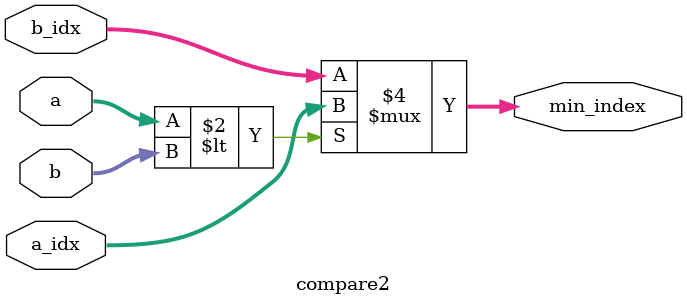
<source format=sv>
`timescale 1ns / 1ps


module compare2(
    input wire [26:0] a,
    input wire [26:0] b,
    input wire [26:0] a_idx,
    input wire [26:0] b_idx,
    output reg [26:0] min_index
    );
    
    always@* begin
        if(a < b)
            min_index = a_idx;
        else
           min_index = b_idx;
    end
endmodule

</source>
